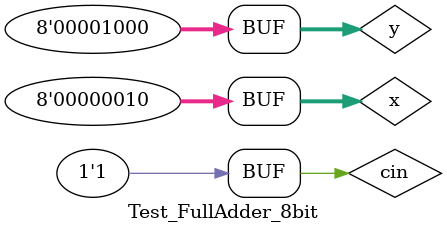
<source format=v>

module HalfAdder(x, y, Sum, Cout);
    input x, y;
    output Sum, Cout;
    
    xor(Sum, x, y);
    and(Cout, x, y);
endmodule

// -------- (Full Adder 1-bit) --------
module FullAdder1_1bit(Cin, X, Y, Sum, Cout);
    input Cin, X, Y;
    output Sum, Cout;
    
    wire w1, w2, w3;
    HalfAdder fA0(.x(Cin), .y(X), .Sum(w1), .Cout(w2));
    HalfAdder fA1(.x(w1), .y(Y), .Sum(Sum), .Cout(w3));
    or(Cout, w2, w3);
endmodule

// -------- (Full Adder 8-bit) --------
module FullAdder_8bit(cin, x, y, sum, cout);
    input cin;
    input [7:0] x, y;
    output [7:0] sum;
    output cout;
    
    FullAdder1_1bit ful0(.Cin(cin), .X(x[0]), .Y(y[0]), .Sum(sum[0]), .Cout(cout)); // 0
    FullAdder1_1bit ful1(.Cin(cin), .X(x[1]), .Y(y[1]), .Sum(sum[1]), .Cout(cout)); // 1
    FullAdder1_1bit ful2(.Cin(cin), .X(x[2]), .Y(y[2]), .Sum(sum[2]), .Cout(cout)); // 2
    FullAdder1_1bit ful3(.Cin(cin), .X(x[3]), .Y(y[3]), .Sum(sum[3]), .Cout(cout)); // 3
    FullAdder1_1bit ful4(.Cin(cin), .X(x[4]), .Y(y[4]), .Sum(sum[4]), .Cout(cout)); // 4
    FullAdder1_1bit ful5(.Cin(cin), .X(x[5]), .Y(y[5]), .Sum(sum[5]), .Cout(cout)); // 5
    FullAdder1_1bit ful6(.Cin(cin), .X(x[6]), .Y(y[6]), .Sum(sum[6]), .Cout(cout)); // 6
    FullAdder1_1bit ful7(.Cin(cin), .X(x[7]), .Y(y[7]), .Sum(sum[7]), .Cout(cout)); // 7
endmodule

// -------- Test --------
module Test_FullAdder_8bit;
    reg [7:0] x, y;
    reg cin;
    wire cout;
    wire [7:0] sum;

    FullAdder_8bit F1(.x(x), .y(y), .cin(cin), .sum(sum), .cout(cout));

    initial begin 
        $monitor("X = %d  Y = %d  cin = %b ===> cout = %d  sum = %d", x, y, cin, cout, sum);
        x = 8'd1; y = 8'd8; cin = 8'b0;
        #5
        x = 8'd2; y = 8'd8; cin = 8'b0;
        #5
        x = 8'd3; y = 8'd8; cin = 8'b0;
        #5
        x = 8'd1; y = 8'd8; cin = 8'b1;
        #5
        x = 8'd2; y = 8'd8; cin = 8'b1;
    end
endmodule
</source>
